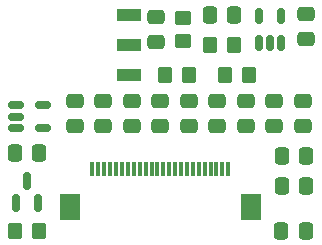
<source format=gtp>
%TF.GenerationSoftware,KiCad,Pcbnew,(6.0.7)*%
%TF.CreationDate,2022-10-10T13:15:42-04:00*%
%TF.ProjectId,dumbwatch,64756d62-7761-4746-9368-2e6b69636164,rev?*%
%TF.SameCoordinates,Original*%
%TF.FileFunction,Paste,Top*%
%TF.FilePolarity,Positive*%
%FSLAX46Y46*%
G04 Gerber Fmt 4.6, Leading zero omitted, Abs format (unit mm)*
G04 Created by KiCad (PCBNEW (6.0.7)) date 2022-10-10 13:15:42*
%MOMM*%
%LPD*%
G01*
G04 APERTURE LIST*
G04 Aperture macros list*
%AMRoundRect*
0 Rectangle with rounded corners*
0 $1 Rounding radius*
0 $2 $3 $4 $5 $6 $7 $8 $9 X,Y pos of 4 corners*
0 Add a 4 corners polygon primitive as box body*
4,1,4,$2,$3,$4,$5,$6,$7,$8,$9,$2,$3,0*
0 Add four circle primitives for the rounded corners*
1,1,$1+$1,$2,$3*
1,1,$1+$1,$4,$5*
1,1,$1+$1,$6,$7*
1,1,$1+$1,$8,$9*
0 Add four rect primitives between the rounded corners*
20,1,$1+$1,$2,$3,$4,$5,0*
20,1,$1+$1,$4,$5,$6,$7,0*
20,1,$1+$1,$6,$7,$8,$9,0*
20,1,$1+$1,$8,$9,$2,$3,0*%
G04 Aperture macros list end*
%ADD10RoundRect,0.150000X0.150000X-0.512500X0.150000X0.512500X-0.150000X0.512500X-0.150000X-0.512500X0*%
%ADD11RoundRect,0.150000X-0.512500X-0.150000X0.512500X-0.150000X0.512500X0.150000X-0.512500X0.150000X0*%
%ADD12RoundRect,0.150000X0.150000X-0.587500X0.150000X0.587500X-0.150000X0.587500X-0.150000X-0.587500X0*%
%ADD13R,2.000000X1.000000*%
%ADD14RoundRect,0.250000X0.475000X-0.337500X0.475000X0.337500X-0.475000X0.337500X-0.475000X-0.337500X0*%
%ADD15RoundRect,0.250000X-0.337500X-0.475000X0.337500X-0.475000X0.337500X0.475000X-0.337500X0.475000X0*%
%ADD16RoundRect,0.250000X0.350000X0.450000X-0.350000X0.450000X-0.350000X-0.450000X0.350000X-0.450000X0*%
%ADD17RoundRect,0.250000X0.337500X0.475000X-0.337500X0.475000X-0.337500X-0.475000X0.337500X-0.475000X0*%
%ADD18R,0.300000X1.300000*%
%ADD19R,1.800000X2.200000*%
%ADD20RoundRect,0.250000X-0.350000X-0.450000X0.350000X-0.450000X0.350000X0.450000X-0.350000X0.450000X0*%
%ADD21RoundRect,0.250000X-0.475000X0.337500X-0.475000X-0.337500X0.475000X-0.337500X0.475000X0.337500X0*%
%ADD22RoundRect,0.250000X0.450000X-0.350000X0.450000X0.350000X-0.450000X0.350000X-0.450000X-0.350000X0*%
G04 APERTURE END LIST*
D10*
X124272000Y-119247500D03*
X125222000Y-119247500D03*
X126172000Y-119247500D03*
X126172000Y-116972500D03*
X124272000Y-116972500D03*
D11*
X106039500Y-124526000D03*
X106039500Y-126426000D03*
X103764500Y-126426000D03*
X103764500Y-125476000D03*
X103764500Y-124526000D03*
D12*
X104648000Y-130888500D03*
X105598000Y-132763500D03*
X103698000Y-132763500D03*
D13*
X113318500Y-116840000D03*
X113318500Y-119380000D03*
X113318500Y-121920000D03*
D14*
X120777000Y-124184500D03*
X120777000Y-126259500D03*
X128016000Y-126259500D03*
X128016000Y-124184500D03*
X125603000Y-124184500D03*
X125603000Y-126259500D03*
D15*
X126216500Y-131318000D03*
X128291500Y-131318000D03*
D14*
X123190000Y-124184500D03*
X123190000Y-126259500D03*
X111125000Y-126259500D03*
X111125000Y-124184500D03*
X113538000Y-126259500D03*
X113538000Y-124184500D03*
D16*
X116348000Y-121920000D03*
X118348000Y-121920000D03*
D14*
X118364000Y-124184500D03*
X118364000Y-126259500D03*
D15*
X128313000Y-128778000D03*
X126238000Y-128778000D03*
D16*
X121428000Y-121920000D03*
X123428000Y-121920000D03*
X103648000Y-135128000D03*
X105648000Y-135128000D03*
D17*
X105685500Y-128524000D03*
X103610500Y-128524000D03*
D18*
X110201000Y-129915000D03*
X110701000Y-129915000D03*
X111201000Y-129915000D03*
X111701000Y-129915000D03*
X112201000Y-129915000D03*
X112701000Y-129915000D03*
X113201000Y-129915000D03*
X113701000Y-129915000D03*
X114201000Y-129915000D03*
X114701000Y-129915000D03*
X115201000Y-129915000D03*
X115701000Y-129915000D03*
X116201000Y-129915000D03*
X116701000Y-129915000D03*
X117201000Y-129915000D03*
X117701000Y-129915000D03*
X118201000Y-129915000D03*
X118701000Y-129915000D03*
X119201000Y-129915000D03*
X119701000Y-129915000D03*
X120201000Y-129915000D03*
X120701000Y-129915000D03*
X121201000Y-129915000D03*
X121701000Y-129915000D03*
D19*
X108301000Y-133165000D03*
X123601000Y-133165000D03*
D14*
X115570000Y-119147500D03*
X115570000Y-117072500D03*
D15*
X128270000Y-135128000D03*
X126195000Y-135128000D03*
D17*
X120120500Y-116840000D03*
X122195500Y-116840000D03*
D14*
X128270000Y-116818500D03*
X128270000Y-118893500D03*
D20*
X122158000Y-119380000D03*
X120158000Y-119380000D03*
D21*
X115951000Y-124184500D03*
X115951000Y-126259500D03*
D14*
X108712000Y-126259500D03*
X108712000Y-124184500D03*
D22*
X117856000Y-117110000D03*
X117856000Y-119110000D03*
M02*

</source>
